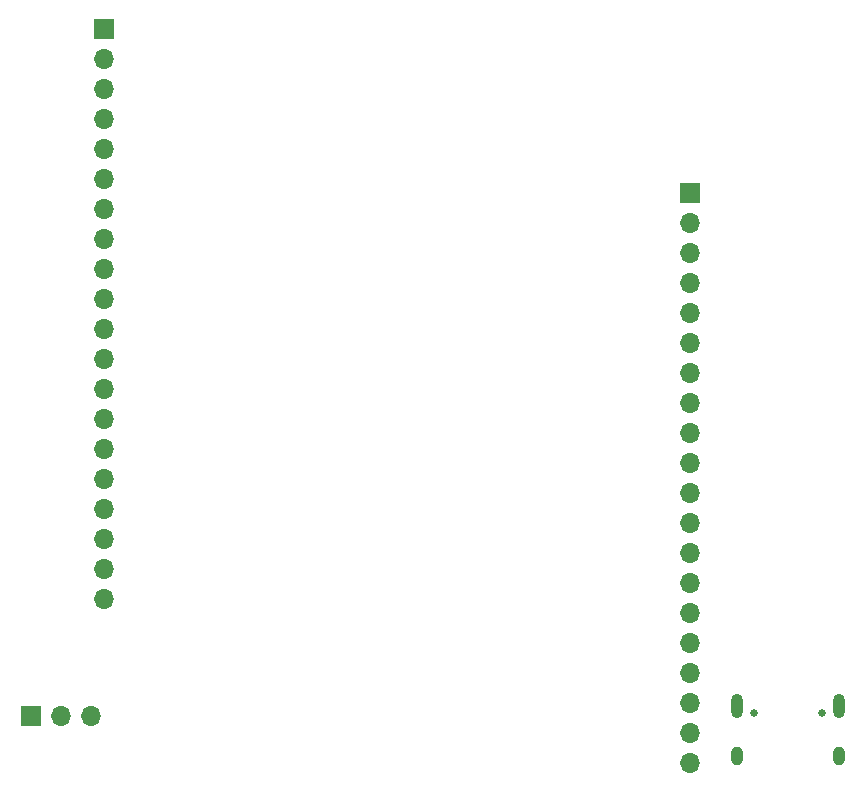
<source format=gbs>
%TF.GenerationSoftware,KiCad,Pcbnew,(5.1.12)-1*%
%TF.CreationDate,2026-01-09T19:54:51+05:30*%
%TF.ProjectId,Aniket_Board,416e696b-6574-45f4-926f-6172642e6b69,rev?*%
%TF.SameCoordinates,Original*%
%TF.FileFunction,Soldermask,Bot*%
%TF.FilePolarity,Negative*%
%FSLAX46Y46*%
G04 Gerber Fmt 4.6, Leading zero omitted, Abs format (unit mm)*
G04 Created by KiCad (PCBNEW (5.1.12)-1) date 2026-01-09 19:54:51*
%MOMM*%
%LPD*%
G01*
G04 APERTURE LIST*
%ADD10R,1.700000X1.700000*%
%ADD11O,1.700000X1.700000*%
%ADD12O,1.000000X2.100000*%
%ADD13C,0.650000*%
%ADD14O,1.000000X1.600000*%
G04 APERTURE END LIST*
D10*
%TO.C,J4*%
X112100000Y-124200000D03*
D11*
X114640000Y-124200000D03*
X117180000Y-124200000D03*
%TD*%
%TO.C,J3*%
X167900000Y-128180000D03*
X167900000Y-125640000D03*
X167900000Y-123100000D03*
X167900000Y-120560000D03*
X167900000Y-118020000D03*
X167900000Y-115480000D03*
X167900000Y-112940000D03*
X167900000Y-110400000D03*
X167900000Y-107860000D03*
X167900000Y-105320000D03*
X167900000Y-102780000D03*
X167900000Y-100240000D03*
X167900000Y-97700000D03*
X167900000Y-95160000D03*
X167900000Y-92620000D03*
X167900000Y-90080000D03*
X167900000Y-87540000D03*
X167900000Y-85000000D03*
X167900000Y-82460000D03*
D10*
X167900000Y-79920000D03*
%TD*%
D11*
%TO.C,J2*%
X118300000Y-114300000D03*
X118300000Y-111760000D03*
X118300000Y-109220000D03*
X118300000Y-106680000D03*
X118300000Y-104140000D03*
X118300000Y-101600000D03*
X118300000Y-99060000D03*
X118300000Y-96520000D03*
X118300000Y-93980000D03*
X118300000Y-91440000D03*
X118300000Y-88900000D03*
X118300000Y-86360000D03*
X118300000Y-83820000D03*
X118300000Y-81280000D03*
X118300000Y-78740000D03*
X118300000Y-76200000D03*
X118300000Y-73660000D03*
X118300000Y-71120000D03*
X118300000Y-68580000D03*
D10*
X118300000Y-66040000D03*
%TD*%
D12*
%TO.C,J1*%
X180520000Y-123370000D03*
X171880000Y-123370000D03*
D13*
X173310000Y-123900000D03*
D14*
X171880000Y-127550000D03*
D13*
X179090000Y-123900000D03*
D14*
X180520000Y-127550000D03*
%TD*%
M02*

</source>
